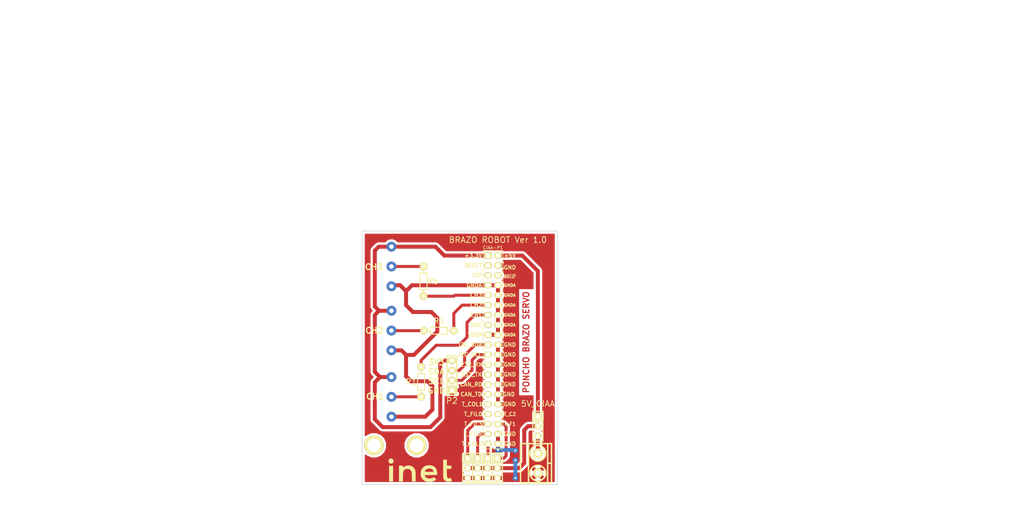
<source format=kicad_pcb>
(kicad_pcb (version 4) (host pcbnew 4.0.7)

  (general
    (links 46)
    (no_connects 0)
    (area 109.924999 74.924999 160.075001 140.075001)
    (thickness 1.6)
    (drawings 29)
    (tracks 139)
    (zones 0)
    (modules 17)
    (nets 19)
  )

  (page A4)
  (title_block
    (title "PONCHO BRAZO SERVO")
    (date 2017-09-27)
    (rev 1.0)
    (company "Proyecto CIAA - COMPUTADORA INDUSTRIAL ABIERTA ARGENTINA")
    (comment 1 https://github.com/ciaa/Ponchos/tree/master/modelos/doc)
    (comment 2 "Autores y Licencia del template (Diego Brengi - UNLaM)")
    (comment 3 "Autor del poncho (Mariano Bustos - E.E.S.T. N°5). ")
    (comment 4 "CÓDIGO PONCHO: BRAZO SERVO")
  )

  (layers
    (0 F.Cu signal)
    (31 B.Cu signal)
    (32 B.Adhes user)
    (33 F.Adhes user)
    (34 B.Paste user)
    (35 F.Paste user)
    (36 B.SilkS user)
    (37 F.SilkS user)
    (38 B.Mask user)
    (39 F.Mask user)
    (40 Dwgs.User user)
    (41 Cmts.User user)
    (42 Eco1.User user)
    (43 Eco2.User user)
    (44 Edge.Cuts user)
    (45 Margin user)
    (46 B.CrtYd user)
    (47 F.CrtYd user)
    (48 B.Fab user)
    (49 F.Fab user)
  )

  (setup
    (last_trace_width 0.4)
    (user_trace_width 0.508)
    (user_trace_width 0.635)
    (user_trace_width 0.762)
    (user_trace_width 1.016)
    (user_trace_width 1.27)
    (user_trace_width 1.524)
    (trace_clearance 0.508)
    (zone_clearance 0.6)
    (zone_45_only no)
    (trace_min 0.4)
    (segment_width 0.2)
    (edge_width 0.15)
    (via_size 1.5)
    (via_drill 0.5)
    (via_min_size 1.5)
    (via_min_drill 0.5)
    (uvia_size 0.3)
    (uvia_drill 0.1)
    (uvias_allowed no)
    (uvia_min_size 0)
    (uvia_min_drill 0)
    (pcb_text_width 0.3)
    (pcb_text_size 1.5 1.5)
    (mod_edge_width 0.15)
    (mod_text_size 0.000001 0.000001)
    (mod_text_width 0.15)
    (pad_size 5 5)
    (pad_drill 3.5)
    (pad_to_mask_clearance 0.2)
    (aux_axis_origin 0 0)
    (visible_elements 7FFEFF7F)
    (pcbplotparams
      (layerselection 0x00020_80000000)
      (usegerberextensions false)
      (excludeedgelayer false)
      (linewidth 0.100000)
      (plotframeref false)
      (viasonmask false)
      (mode 1)
      (useauxorigin false)
      (hpglpennumber 1)
      (hpglpenspeed 20)
      (hpglpendiameter 15)
      (hpglpenoverlay 2)
      (psnegative false)
      (psa4output false)
      (plotreference true)
      (plotvalue false)
      (plotinvisibletext false)
      (padsonsilk false)
      (subtractmaskfromsilk false)
      (outputformat 1)
      (mirror false)
      (drillshape 0)
      (scaleselection 1)
      (outputdirectory ""))
  )

  (net 0 "")
  (net 1 GND)
  (net 2 "Net-(P2-Pad2)")
  (net 3 "Net-(P2-Pad3)")
  (net 4 /SERVO_3)
  (net 5 /SERVO_1)
  (net 6 /SERVO_2)
  (net 7 /SERVO_0)
  (net 8 +3V3)
  (net 9 "Net-(R1-Pad1)")
  (net 10 /A1)
  (net 11 GNDA)
  (net 12 "Net-(R3-Pad1)")
  (net 13 /A2)
  (net 14 "Net-(R5-Pad1)")
  (net 15 /A3)
  (net 16 VCC)
  (net 17 +5V)
  (net 18 "Net-(J5-Pad2)")

  (net_class Default "This is the default net class."
    (clearance 0.508)
    (trace_width 0.4)
    (via_dia 1.5)
    (via_drill 0.5)
    (uvia_dia 0.3)
    (uvia_drill 0.1)
    (add_net +3V3)
    (add_net +5V)
    (add_net /A1)
    (add_net /A2)
    (add_net /A3)
    (add_net /SERVO_0)
    (add_net /SERVO_1)
    (add_net /SERVO_2)
    (add_net /SERVO_3)
    (add_net GND)
    (add_net GNDA)
    (add_net "Net-(J5-Pad2)")
    (add_net "Net-(P2-Pad2)")
    (add_net "Net-(P2-Pad3)")
    (add_net "Net-(R1-Pad1)")
    (add_net "Net-(R3-Pad1)")
    (add_net "Net-(R5-Pad1)")
    (add_net VCC)
  )

  (module Poncho_Esqueleto:Conn_Poncho_Derecha locked (layer F.Cu) (tedit 59CB22B3) (tstamp 56134922)
    (at 142.24 81.28)
    (tags "CONN Poncho")
    (path /560EE110)
    (fp_text reference XA1 (at -0.127 -3.048) (layer F.SilkS) hide
      (effects (font (size 0.8 0.8) (thickness 0.12)))
    )
    (fp_text value Conn_PonchoMP_2x_20x2 (at -1.905 51.181) (layer F.SilkS) hide
      (effects (font (size 1.016 1.016) (thickness 0.2032)))
    )
    (fp_line (start -32.385 54.61) (end 8.255 54.61) (layer Dwgs.User) (width 0.15))
    (fp_line (start -32.385 -6.35) (end 8.255 -6.35) (layer Dwgs.User) (width 0.15))
    (fp_line (start -32.385 54.61) (end -32.385 -6.35) (layer Dwgs.User) (width 0.15))
    (fp_line (start 8.255 54.61) (end 8.255 -6.35) (layer Dwgs.User) (width 0.15))
    (fp_text user GND (at 5.588 48.26) (layer F.SilkS)
      (effects (font (size 1 1) (thickness 0.2)))
    )
    (fp_text user GND (at 5.588 45.72) (layer F.SilkS)
      (effects (font (size 1 1) (thickness 0.2)))
    )
    (fp_text user T_F1 (at 5.588 43.18) (layer F.SilkS)
      (effects (font (size 0.9 0.9) (thickness 0.18)))
    )
    (fp_text user T_C2 (at 5.588 40.64) (layer F.SilkS)
      (effects (font (size 0.9 0.9) (thickness 0.18)))
    )
    (fp_text user GND (at 5.588 38.1) (layer F.SilkS)
      (effects (font (size 1 1) (thickness 0.2)))
    )
    (fp_text user GND (at 5.334 35.56) (layer F.SilkS)
      (effects (font (size 1 1) (thickness 0.2)))
    )
    (fp_text user GND (at 5.588 33.02) (layer F.SilkS)
      (effects (font (size 1 1) (thickness 0.2)))
    )
    (fp_text user GND (at 5.588 30.48) (layer F.SilkS)
      (effects (font (size 1 1) (thickness 0.2)))
    )
    (fp_text user GND (at 5.588 27.94) (layer F.SilkS)
      (effects (font (size 1 1) (thickness 0.2)))
    )
    (fp_text user GND (at 5.588 25.4) (layer F.SilkS)
      (effects (font (size 1 1) (thickness 0.2)))
    )
    (fp_text user GND (at 5.588 22.86) (layer F.SilkS)
      (effects (font (size 1 1) (thickness 0.2)))
    )
    (fp_text user GNDA (at 5.588 20.32) (layer F.SilkS)
      (effects (font (size 0.76 0.76) (thickness 0.19)))
    )
    (fp_text user GNDA (at 5.588 17.78) (layer F.SilkS)
      (effects (font (size 0.76 0.76) (thickness 0.19)))
    )
    (fp_text user GNDA (at 5.588 15.24) (layer F.SilkS)
      (effects (font (size 0.76 0.76) (thickness 0.19)))
    )
    (fp_text user GNDA (at 5.588 12.7) (layer F.SilkS)
      (effects (font (size 0.76 0.76) (thickness 0.19)))
    )
    (fp_text user GNDA (at 5.588 10.16) (layer F.SilkS)
      (effects (font (size 0.76 0.76) (thickness 0.19)))
    )
    (fp_text user GNDA (at 5.588 7.62) (layer F.SilkS)
      (effects (font (size 0.76 0.76) (thickness 0.19)))
    )
    (fp_text user WAKEUP (at 5.588 5.334) (layer F.SilkS)
      (effects (font (size 1 0.5) (thickness 0.125)))
    )
    (fp_text user GND (at 5.588 3.048) (layer F.SilkS)
      (effects (font (size 1 1) (thickness 0.2)))
    )
    (fp_text user +5V (at 5.588 0) (layer F.SilkS)
      (effects (font (size 1 1) (thickness 0.2)))
    )
    (fp_text user T_COL0 (at -4.064 48.26) (layer F.SilkS)
      (effects (font (size 1 1) (thickness 0.2)))
    )
    (fp_text user T_FIL2 (at -3.81 45.72) (layer F.SilkS)
      (effects (font (size 1 1) (thickness 0.2)))
    )
    (fp_text user T_FIL3 (at -3.81 43.18) (layer F.SilkS)
      (effects (font (size 1 1) (thickness 0.2)))
    )
    (fp_text user T_FIL0 (at -3.81 40.64) (layer F.SilkS)
      (effects (font (size 1 1) (thickness 0.2)))
    )
    (fp_text user T_COL1 (at -4.064 38.1) (layer F.SilkS)
      (effects (font (size 1 1) (thickness 0.2)))
    )
    (fp_text user CAN_TD (at -4.318 35.56) (layer F.SilkS)
      (effects (font (size 1 1) (thickness 0.2)))
    )
    (fp_text user CAN_RD (at -4.318 33.02) (layer F.SilkS)
      (effects (font (size 1 1) (thickness 0.2)))
    )
    (fp_text user 232_TX (at -4.318 30.48) (layer F.SilkS)
      (effects (font (size 1 1) (thickness 0.2)))
    )
    (fp_text user 232_RX (at -4.318 27.94) (layer F.SilkS)
      (effects (font (size 1 1) (thickness 0.2)))
    )
    (fp_text user I2C_SCL (at -4.572 25.4) (layer F.SilkS)
      (effects (font (size 1 1) (thickness 0.2)))
    )
    (fp_text user I2C_SDA (at -4.572 22.86) (layer F.SilkS)
      (effects (font (size 1 1) (thickness 0.2)))
    )
    (fp_text user VDDA (at -3.302 20.32) (layer F.SilkS)
      (effects (font (size 1 1) (thickness 0.2)))
    )
    (fp_text user DAC (at -3.048 17.78) (layer F.SilkS)
      (effects (font (size 1 1) (thickness 0.2)))
    )
    (fp_text user CH1 (at -3.048 15.24) (layer F.SilkS)
      (effects (font (size 1 1) (thickness 0.2)))
    )
    (fp_text user CH2 (at -3.048 12.7) (layer F.SilkS)
      (effects (font (size 1 1) (thickness 0.2)))
    )
    (fp_text user CH3 (at -3.048 10.16) (layer F.SilkS)
      (effects (font (size 1 1) (thickness 0.2)))
    )
    (fp_text user GNDA (at -3.556 7.62) (layer F.SilkS)
      (effects (font (size 1 1) (thickness 0.2)))
    )
    (fp_text user ISP (at -2.794 5.08) (layer F.SilkS)
      (effects (font (size 1 1) (thickness 0.2)))
    )
    (fp_text user RESET (at -3.81 2.54) (layer F.SilkS)
      (effects (font (size 1 1) (thickness 0.2)))
    )
    (fp_text user CIAA-P1 (at 1.27 -2.032) (layer F.SilkS)
      (effects (font (size 0.8 0.8) (thickness 0.12)))
    )
    (fp_text user +3.3V (at -3.81 0) (layer F.SilkS)
      (effects (font (size 1 1) (thickness 0.2)))
    )
    (fp_line (start -1.27 49.53) (end -1.27 -1.27) (layer F.SilkS) (width 0.15))
    (fp_line (start 3.81 49.53) (end 3.81 -1.27) (layer F.SilkS) (width 0.15))
    (fp_line (start 3.81 49.53) (end -1.27 49.53) (layer F.SilkS) (width 0.15))
    (fp_line (start 3.81 -1.27) (end -1.27 -1.27) (layer F.SilkS) (width 0.15))
    (pad 1 thru_hole rect (at 0 0 270) (size 1.524 2) (drill 1.016) (layers *.Cu *.Mask F.SilkS)
      (net 8 +3V3))
    (pad 2 thru_hole oval (at 2.54 0 270) (size 1.524 2) (drill 1.016) (layers *.Cu *.Mask F.SilkS)
      (net 17 +5V))
    (pad 11 thru_hole oval (at 0 12.7 270) (size 1.524 2) (drill 1.016) (layers *.Cu *.Mask F.SilkS)
      (net 13 /A2))
    (pad 4 thru_hole oval (at 2.54 2.54 270) (size 1.524 2) (drill 1.016) (layers *.Cu *.Mask F.SilkS)
      (net 1 GND))
    (pad 13 thru_hole oval (at 0 15.24 270) (size 1.524 2) (drill 1.016) (layers *.Cu *.Mask F.SilkS)
      (net 10 /A1))
    (pad 6 thru_hole oval (at 2.54 5.08 270) (size 1.524 2) (drill 1.016) (layers *.Cu *.Mask F.SilkS))
    (pad 15 thru_hole oval (at 0 17.78 270) (size 1.524 2) (drill 1.016) (layers *.Cu *.Mask F.SilkS))
    (pad 8 thru_hole oval (at 2.54 7.62 270) (size 1.524 2) (drill 1.016) (layers *.Cu *.Mask F.SilkS)
      (net 11 GNDA))
    (pad 17 thru_hole oval (at 0 20.32 270) (size 1.524 2) (drill 1.016) (layers *.Cu *.Mask F.SilkS))
    (pad 10 thru_hole oval (at 2.54 10.16 270) (size 1.524 2) (drill 1.016) (layers *.Cu *.Mask F.SilkS)
      (net 11 GNDA))
    (pad 19 thru_hole oval (at 0 22.86 270) (size 1.524 2) (drill 1.016) (layers *.Cu *.Mask F.SilkS)
      (net 3 "Net-(P2-Pad3)"))
    (pad 12 thru_hole oval (at 2.54 12.7 270) (size 1.524 2) (drill 1.016) (layers *.Cu *.Mask F.SilkS)
      (net 11 GNDA))
    (pad 21 thru_hole oval (at 0 25.4 270) (size 1.524 2) (drill 1.016) (layers *.Cu *.Mask F.SilkS)
      (net 2 "Net-(P2-Pad2)"))
    (pad 14 thru_hole oval (at 2.54 15.24 270) (size 1.524 2) (drill 1.016) (layers *.Cu *.Mask F.SilkS)
      (net 11 GNDA))
    (pad 23 thru_hole oval (at 0 27.94 270) (size 1.524 2) (drill 1.016) (layers *.Cu *.Mask F.SilkS))
    (pad 16 thru_hole oval (at 2.54 17.78 270) (size 1.524 2) (drill 1.016) (layers *.Cu *.Mask F.SilkS)
      (net 11 GNDA))
    (pad 25 thru_hole oval (at 0 30.48 270) (size 1.524 2) (drill 1.016) (layers *.Cu *.Mask F.SilkS))
    (pad 18 thru_hole oval (at 2.54 20.32 270) (size 1.524 2) (drill 1.016) (layers *.Cu *.Mask F.SilkS)
      (net 11 GNDA))
    (pad 27 thru_hole oval (at 0 33.02 270) (size 1.524 2) (drill 1.016) (layers *.Cu *.Mask F.SilkS))
    (pad 20 thru_hole oval (at 2.54 22.86 270) (size 1.524 2) (drill 1.016) (layers *.Cu *.Mask F.SilkS)
      (net 1 GND))
    (pad 29 thru_hole oval (at 0 35.56 270) (size 1.524 2) (drill 1.016) (layers *.Cu *.Mask F.SilkS))
    (pad 22 thru_hole oval (at 2.54 25.4 270) (size 1.524 2) (drill 1.016) (layers *.Cu *.Mask F.SilkS)
      (net 1 GND))
    (pad 31 thru_hole oval (at 0 38.1 270) (size 1.524 2) (drill 1.016) (layers *.Cu *.Mask F.SilkS))
    (pad 24 thru_hole oval (at 2.54 27.94 270) (size 1.524 2) (drill 1.016) (layers *.Cu *.Mask F.SilkS)
      (net 1 GND))
    (pad 26 thru_hole oval (at 2.54 30.48 270) (size 1.524 2) (drill 1.016) (layers *.Cu *.Mask F.SilkS)
      (net 1 GND))
    (pad 33 thru_hole oval (at 0 40.64 270) (size 1.524 2) (drill 1.016) (layers *.Cu *.Mask F.SilkS))
    (pad 28 thru_hole oval (at 2.54 33.02 270) (size 1.524 2) (drill 1.016) (layers *.Cu *.Mask F.SilkS)
      (net 1 GND))
    (pad 32 thru_hole oval (at 2.54 38.1 270) (size 1.524 2) (drill 1.016) (layers *.Cu *.Mask F.SilkS)
      (net 1 GND))
    (pad 34 thru_hole oval (at 2.54 40.64 270) (size 1.524 2) (drill 1.016) (layers *.Cu *.Mask F.SilkS))
    (pad 36 thru_hole oval (at 2.54 43.18 270) (size 1.524 2) (drill 1.016) (layers *.Cu *.Mask F.SilkS)
      (net 7 /SERVO_0))
    (pad 38 thru_hole oval (at 2.54 45.72 270) (size 1.524 2) (drill 1.016) (layers *.Cu *.Mask F.SilkS)
      (net 1 GND))
    (pad 35 thru_hole oval (at 0 43.18 270) (size 1.524 2) (drill 1.016) (layers *.Cu *.Mask F.SilkS)
      (net 4 /SERVO_3))
    (pad 37 thru_hole oval (at 0 45.72 270) (size 1.524 2) (drill 1.016) (layers *.Cu *.Mask F.SilkS)
      (net 6 /SERVO_2))
    (pad 3 thru_hole oval (at 0 2.54 270) (size 1.524 2) (drill 1.016) (layers *.Cu *.Mask F.SilkS))
    (pad 5 thru_hole oval (at 0 5.08 270) (size 1.524 2) (drill 1.016) (layers *.Cu *.Mask F.SilkS))
    (pad 7 thru_hole oval (at 0 7.62 270) (size 1.524 2) (drill 1.016) (layers *.Cu *.Mask F.SilkS)
      (net 11 GNDA))
    (pad 9 thru_hole oval (at 0 10.16 270) (size 1.524 2) (drill 1.016) (layers *.Cu *.Mask F.SilkS)
      (net 15 /A3))
    (pad 39 thru_hole oval (at 0 48.26 270) (size 1.524 2) (drill 1.016) (layers *.Cu *.Mask F.SilkS)
      (net 5 /SERVO_1))
    (pad 40 thru_hole oval (at 2.54 48.26 270) (size 1.524 2) (drill 1.016) (layers *.Cu *.Mask F.SilkS)
      (net 1 GND))
    (pad 30 thru_hole oval (at 2.54 35.56 270) (size 1.524 2) (drill 1.016) (layers *.Cu *.Mask F.SilkS)
      (net 1 GND))
    (model F:/usuarios/alumno/Escritorio/Poncho_Brazo_Servo_TOP/doc/pin_header_20X2.wrl
      (at (xyz 0 0 0))
      (scale (xyz 1 1 1))
      (rotate (xyz 0 0 0))
    )
  )

  (module Poncho_Modelos:Led_Hole (layer F.Cu) (tedit 5613342C) (tstamp 56133650)
    (at 113.03 129.921)
    (path /5613C419)
    (fp_text reference H1 (at 0.127 3.937) (layer F.SilkS) hide
      (effects (font (size 1 1) (thickness 0.15)))
    )
    (fp_text value PCB_HOLE (at 0.127 -3.429) (layer Dwgs.User) hide
      (effects (font (size 1 1) (thickness 0.15)))
    )
    (pad 1 thru_hole circle (at 0 0) (size 5 5) (drill 3.5) (layers *.Cu *.Mask F.SilkS))
  )

  (module Poncho_Modelos:Led_Hole (layer F.Cu) (tedit 5613342C) (tstamp 56133655)
    (at 123.952 129.921)
    (path /5613C2CE)
    (fp_text reference H2 (at 0.127 3.937) (layer F.SilkS) hide
      (effects (font (size 1 1) (thickness 0.15)))
    )
    (fp_text value PCB_HOLE (at 0.127 -3.429) (layer Dwgs.User) hide
      (effects (font (size 1 1) (thickness 0.15)))
    )
    (pad 1 thru_hole circle (at 0 0) (size 5 5) (drill 3.5) (layers *.Cu *.Mask F.SilkS))
  )

  (module EESTN5:Pin_Strip_3 locked (layer F.Cu) (tedit 59361220) (tstamp 59CB6FD2)
    (at 137.033 135.763 270)
    (descr "Pin strip 3x2pin")
    (tags "CONN DEV")
    (path /59CB1E73)
    (fp_text reference J1 (at 0 -2.7 270) (layer F.SilkS) hide
      (effects (font (size 1.5 1.5) (thickness 0.3)))
    )
    (fp_text value SERVO_3 (at 0.2 -4.2 270) (layer F.SilkS) hide
      (effects (font (size 1.016 0.889) (thickness 0.2032)))
    )
    (fp_line (start 3.81 -1.27) (end 3.81 1.27) (layer F.SilkS) (width 0.3048))
    (fp_line (start 3.81 1.27) (end -3.81 1.27) (layer F.SilkS) (width 0.3048))
    (fp_line (start -3.81 -1.27) (end 3.81 -1.27) (layer F.SilkS) (width 0.3048))
    (fp_line (start -1.27 -1.27) (end -1.27 1.27) (layer F.SilkS) (width 0.3048))
    (fp_line (start -3.81 -1.27) (end -3.81 1.27) (layer F.SilkS) (width 0.3048))
    (pad 1 thru_hole rect (at -2.54 0 270) (size 1.75 1.75) (drill 1) (layers *.Cu *.Mask F.SilkS)
      (net 4 /SERVO_3))
    (pad 2 thru_hole oval (at 0 0 270) (size 1.75 1.75) (drill 1) (layers *.Cu *.Mask F.SilkS)
      (net 16 VCC))
    (pad 3 thru_hole oval (at 2.54 0 270) (size 1.75 1.75) (drill 1) (layers *.Cu *.Mask F.SilkS)
      (net 1 GND))
    (model Pin_Strip_3_2.54.wrl
      (at (xyz 0 0 0))
      (scale (xyz 1 1 1))
      (rotate (xyz 0 0 0))
    )
  )

  (module EESTN5:Pin_Strip_3 locked (layer F.Cu) (tedit 59361220) (tstamp 59CB6FDD)
    (at 142.113 135.763 270)
    (descr "Pin strip 3x2pin")
    (tags "CONN DEV")
    (path /59CB1E1F)
    (fp_text reference J2 (at 0 -2.7 270) (layer F.SilkS) hide
      (effects (font (size 1.5 1.5) (thickness 0.3)))
    )
    (fp_text value SERVO_1 (at 0.2 -4.2 270) (layer F.SilkS) hide
      (effects (font (size 1.016 0.889) (thickness 0.2032)))
    )
    (fp_line (start 3.81 -1.27) (end 3.81 1.27) (layer F.SilkS) (width 0.3048))
    (fp_line (start 3.81 1.27) (end -3.81 1.27) (layer F.SilkS) (width 0.3048))
    (fp_line (start -3.81 -1.27) (end 3.81 -1.27) (layer F.SilkS) (width 0.3048))
    (fp_line (start -1.27 -1.27) (end -1.27 1.27) (layer F.SilkS) (width 0.3048))
    (fp_line (start -3.81 -1.27) (end -3.81 1.27) (layer F.SilkS) (width 0.3048))
    (pad 1 thru_hole rect (at -2.54 0 270) (size 1.75 1.75) (drill 1) (layers *.Cu *.Mask F.SilkS)
      (net 5 /SERVO_1))
    (pad 2 thru_hole oval (at 0 0 270) (size 1.75 1.75) (drill 1) (layers *.Cu *.Mask F.SilkS)
      (net 16 VCC))
    (pad 3 thru_hole oval (at 2.54 0 270) (size 1.75 1.75) (drill 1) (layers *.Cu *.Mask F.SilkS)
      (net 1 GND))
    (model Pin_Strip_3_2.54.wrl
      (at (xyz 0 0 0))
      (scale (xyz 1 1 1))
      (rotate (xyz 0 0 0))
    )
  )

  (module EESTN5:Pin_Strip_3 locked (layer F.Cu) (tedit 59361220) (tstamp 59CB6FE8)
    (at 139.573 135.763 270)
    (descr "Pin strip 3x2pin")
    (tags "CONN DEV")
    (path /59CB1E6A)
    (fp_text reference J3 (at 0 -2.7 270) (layer F.SilkS) hide
      (effects (font (size 1.5 1.5) (thickness 0.3)))
    )
    (fp_text value SERVO_2 (at 0.2 -4.2 270) (layer F.SilkS) hide
      (effects (font (size 1.016 0.889) (thickness 0.2032)))
    )
    (fp_line (start 3.81 -1.27) (end 3.81 1.27) (layer F.SilkS) (width 0.3048))
    (fp_line (start 3.81 1.27) (end -3.81 1.27) (layer F.SilkS) (width 0.3048))
    (fp_line (start -3.81 -1.27) (end 3.81 -1.27) (layer F.SilkS) (width 0.3048))
    (fp_line (start -1.27 -1.27) (end -1.27 1.27) (layer F.SilkS) (width 0.3048))
    (fp_line (start -3.81 -1.27) (end -3.81 1.27) (layer F.SilkS) (width 0.3048))
    (pad 1 thru_hole rect (at -2.54 0 270) (size 1.75 1.75) (drill 1) (layers *.Cu *.Mask F.SilkS)
      (net 6 /SERVO_2))
    (pad 2 thru_hole oval (at 0 0 270) (size 1.75 1.75) (drill 1) (layers *.Cu *.Mask F.SilkS)
      (net 16 VCC))
    (pad 3 thru_hole oval (at 2.54 0 270) (size 1.75 1.75) (drill 1) (layers *.Cu *.Mask F.SilkS)
      (net 1 GND))
    (model Pin_Strip_3_2.54.wrl
      (at (xyz 0 0 0))
      (scale (xyz 1 1 1))
      (rotate (xyz 0 0 0))
    )
  )

  (module EESTN5:Pin_Strip_3 locked (layer F.Cu) (tedit 59361220) (tstamp 59CB6FF3)
    (at 144.653 135.763 270)
    (descr "Pin strip 3x2pin")
    (tags "CONN DEV")
    (path /59CB1BEA)
    (fp_text reference J4 (at 0 -2.7 270) (layer F.SilkS) hide
      (effects (font (size 1.5 1.5) (thickness 0.3)))
    )
    (fp_text value SERVO_0 (at 0.2 -4.2 270) (layer F.SilkS) hide
      (effects (font (size 1.016 0.889) (thickness 0.2032)))
    )
    (fp_line (start 3.81 -1.27) (end 3.81 1.27) (layer F.SilkS) (width 0.3048))
    (fp_line (start 3.81 1.27) (end -3.81 1.27) (layer F.SilkS) (width 0.3048))
    (fp_line (start -3.81 -1.27) (end 3.81 -1.27) (layer F.SilkS) (width 0.3048))
    (fp_line (start -1.27 -1.27) (end -1.27 1.27) (layer F.SilkS) (width 0.3048))
    (fp_line (start -3.81 -1.27) (end -3.81 1.27) (layer F.SilkS) (width 0.3048))
    (pad 1 thru_hole rect (at -2.54 0 270) (size 1.75 1.75) (drill 1) (layers *.Cu *.Mask F.SilkS)
      (net 7 /SERVO_0))
    (pad 2 thru_hole oval (at 0 0 270) (size 1.75 1.75) (drill 1) (layers *.Cu *.Mask F.SilkS)
      (net 16 VCC))
    (pad 3 thru_hole oval (at 2.54 0 270) (size 1.75 1.75) (drill 1) (layers *.Cu *.Mask F.SilkS)
      (net 1 GND))
    (model Pin_Strip_3_2.54.wrl
      (at (xyz 0 0 0))
      (scale (xyz 1 1 1))
      (rotate (xyz 0 0 0))
    )
  )

  (module EESTN5:pin_strip_4 (layer F.Cu) (tedit 59CB2AFC) (tstamp 59CB7E2B)
    (at 133 112 90)
    (descr "Pin strip 4pin")
    (tags "CONN DEV")
    (path /560ED17A)
    (fp_text reference P2 (at -6.5 0 180) (layer F.SilkS)
      (effects (font (size 1.5 1.5) (thickness 0.2)))
    )
    (fp_text value CONN_4 (at 0.254 -3.556 90) (layer F.SilkS) hide
      (effects (font (size 1.016 0.889) (thickness 0.2032)))
    )
    (fp_line (start -2.54 -1.27) (end -2.54 1.27) (layer F.SilkS) (width 0.3048))
    (fp_line (start 5.08 1.27) (end -5.08 1.27) (layer F.SilkS) (width 0.3048))
    (fp_line (start -5.08 -1.27) (end 5.08 -1.27) (layer F.SilkS) (width 0.3048))
    (fp_line (start -5.08 1.27) (end -5.08 -1.27) (layer F.SilkS) (width 0.3048))
    (fp_line (start 5.08 -1.27) (end 5.08 1.27) (layer F.SilkS) (width 0.3048))
    (pad 1 thru_hole rect (at -3.81 0 90) (size 1.75 2.2) (drill 1.00076) (layers *.Cu *.Mask F.SilkS)
      (net 1 GND))
    (pad 2 thru_hole oval (at -1.27 0 90) (size 1.75 2.2) (drill 1.00076) (layers *.Cu *.Mask F.SilkS)
      (net 2 "Net-(P2-Pad2)"))
    (pad 3 thru_hole oval (at 1.27 0 90) (size 1.75 2.2) (drill 1.00076) (layers *.Cu *.Mask F.SilkS)
      (net 3 "Net-(P2-Pad3)"))
    (pad 4 thru_hole oval (at 3.81 0 90) (size 1.75 2.2) (drill 1.00076) (layers *.Cu *.Mask F.SilkS)
      (net 8 +3V3))
    (model Pin_Strip_4_2.54_V.wrl
      (at (xyz 0 0 0))
      (scale (xyz 1 1 1))
      (rotate (xyz 0 0 0))
    )
  )

  (module EESTN5:RES0.3 (layer F.Cu) (tedit 59CB29FD) (tstamp 59CB9A6E)
    (at 125.095 113.665 90)
    (descr "Resistor, RC03")
    (tags R)
    (path /59CB22FE)
    (autoplace_cost180 10)
    (fp_text reference R1 (at 0 -2.5 180) (layer F.SilkS)
      (effects (font (size 1.5 1.5) (thickness 0.2)))
    )
    (fp_text value R (at 0 2.032 90) (layer F.SilkS) hide
      (effects (font (size 1.397 1.27) (thickness 0.2032)))
    )
    (fp_line (start 2.159 0) (end 3.81 0) (layer F.SilkS) (width 0.254))
    (fp_line (start -2.159 0) (end -3.81 0) (layer F.SilkS) (width 0.254))
    (fp_line (start -2.159 -0.889) (end -2.159 0.889) (layer F.SilkS) (width 0.254))
    (fp_line (start -2.159 0.889) (end 2.159 0.889) (layer F.SilkS) (width 0.254))
    (fp_line (start 2.159 0.889) (end 2.159 -0.889) (layer F.SilkS) (width 0.254))
    (fp_line (start 2.159 -0.889) (end -2.159 -0.889) (layer F.SilkS) (width 0.254))
    (pad 1 thru_hole circle (at -3.81 0 90) (size 1.99898 1.99898) (drill 0.8001) (layers *.Cu *.Mask F.SilkS)
      (net 9 "Net-(R1-Pad1)"))
    (pad 2 thru_hole circle (at 3.81 0 90) (size 1.99898 1.99898) (drill 0.8001) (layers *.Cu *.Mask F.SilkS)
      (net 10 /A1))
    (model res0.3.wrl
      (at (xyz 0.06 0 0.04))
      (scale (xyz 0.393701 0.393701 0.393701))
      (rotate (xyz -90 0 90))
    )
  )

  (module EESTN5:RES0.3 (layer F.Cu) (tedit 582991FD) (tstamp 59CB9A79)
    (at 129.667 100.5332)
    (descr "Resistor, RC03")
    (tags R)
    (path /59CB2D03)
    (autoplace_cost180 10)
    (fp_text reference R3 (at 0 -2.5) (layer F.SilkS)
      (effects (font (size 1.397 1.27) (thickness 0.2032)))
    )
    (fp_text value R (at 0 2.032) (layer F.SilkS) hide
      (effects (font (size 1.397 1.27) (thickness 0.2032)))
    )
    (fp_line (start 2.159 0) (end 3.81 0) (layer F.SilkS) (width 0.254))
    (fp_line (start -2.159 0) (end -3.81 0) (layer F.SilkS) (width 0.254))
    (fp_line (start -2.159 -0.889) (end -2.159 0.889) (layer F.SilkS) (width 0.254))
    (fp_line (start -2.159 0.889) (end 2.159 0.889) (layer F.SilkS) (width 0.254))
    (fp_line (start 2.159 0.889) (end 2.159 -0.889) (layer F.SilkS) (width 0.254))
    (fp_line (start 2.159 -0.889) (end -2.159 -0.889) (layer F.SilkS) (width 0.254))
    (pad 1 thru_hole circle (at -3.81 0) (size 1.99898 1.99898) (drill 0.8001) (layers *.Cu *.Mask F.SilkS)
      (net 12 "Net-(R3-Pad1)"))
    (pad 2 thru_hole circle (at 3.81 0) (size 1.99898 1.99898) (drill 0.8001) (layers *.Cu *.Mask F.SilkS)
      (net 13 /A2))
    (model res0.3.wrl
      (at (xyz 0.06 0 0.04))
      (scale (xyz 0.393701 0.393701 0.393701))
      (rotate (xyz -90 0 90))
    )
  )

  (module EESTN5:RES0.3 (layer F.Cu) (tedit 582991FD) (tstamp 59CB9A84)
    (at 125.73 87.884 270)
    (descr "Resistor, RC03")
    (tags R)
    (path /59CB2D92)
    (autoplace_cost180 10)
    (fp_text reference R5 (at 0 -2.5 360) (layer F.SilkS)
      (effects (font (size 1.397 1.27) (thickness 0.2032)))
    )
    (fp_text value R (at 0 2.032 270) (layer F.SilkS) hide
      (effects (font (size 1.397 1.27) (thickness 0.2032)))
    )
    (fp_line (start 2.159 0) (end 3.81 0) (layer F.SilkS) (width 0.254))
    (fp_line (start -2.159 0) (end -3.81 0) (layer F.SilkS) (width 0.254))
    (fp_line (start -2.159 -0.889) (end -2.159 0.889) (layer F.SilkS) (width 0.254))
    (fp_line (start -2.159 0.889) (end 2.159 0.889) (layer F.SilkS) (width 0.254))
    (fp_line (start 2.159 0.889) (end 2.159 -0.889) (layer F.SilkS) (width 0.254))
    (fp_line (start 2.159 -0.889) (end -2.159 -0.889) (layer F.SilkS) (width 0.254))
    (pad 1 thru_hole circle (at -3.81 0 270) (size 1.99898 1.99898) (drill 0.8001) (layers *.Cu *.Mask F.SilkS)
      (net 14 "Net-(R5-Pad1)"))
    (pad 2 thru_hole circle (at 3.81 0 270) (size 1.99898 1.99898) (drill 0.8001) (layers *.Cu *.Mask F.SilkS)
      (net 15 /A3))
    (model res0.3.wrl
      (at (xyz 0.06 0 0.04))
      (scale (xyz 0.393701 0.393701 0.393701))
      (rotate (xyz -90 0 90))
    )
  )

  (module EESTN5:LOGO_INET_CHICO (layer F.Cu) (tedit 59CB2253) (tstamp 59CBB76D)
    (at 125.095 136.398)
    (path /59CB5094)
    (fp_text reference L1 (at 0 0) (layer F.SilkS) hide
      (effects (font (thickness 0.3)))
    )
    (fp_text value Mounting_Hole (at 0 -5) (layer F.SilkS) hide
      (effects (font (thickness 0.3)))
    )
    (fp_poly (pts (xy 2.531171 -1.341092) (xy 2.907789 -1.263404) (xy 3.222318 -1.120687) (xy 3.503469 -0.901904)
      (xy 3.643071 -0.757684) (xy 3.90821 -0.38105) (xy 4.064811 0.044322) (xy 4.117546 0.532602)
      (xy 4.114729 0.673705) (xy 4.09575 1.11125) (xy 0.889096 1.17475) (xy 1.021754 1.442746)
      (xy 1.139248 1.628724) (xy 1.30102 1.769249) (xy 1.500137 1.87989) (xy 1.717414 1.97549)
      (xy 1.901035 2.02025) (xy 2.113641 2.025367) (xy 2.260314 2.015769) (xy 2.678794 1.940921)
      (xy 2.981438 1.823393) (xy 3.28811 1.664286) (xy 3.593727 1.974568) (xy 3.752682 2.139404)
      (xy 3.833111 2.241055) (xy 3.846646 2.30578) (xy 3.804921 2.359837) (xy 3.775297 2.384409)
      (xy 3.655763 2.462434) (xy 3.463326 2.570005) (xy 3.247486 2.679942) (xy 3.019568 2.781052)
      (xy 2.813638 2.843796) (xy 2.5804 2.879106) (xy 2.270557 2.897911) (xy 2.263236 2.898194)
      (xy 1.899286 2.899056) (xy 1.584574 2.874812) (xy 1.392513 2.838193) (xy 0.92227 2.651444)
      (xy 0.53897 2.377926) (xy 0.231032 2.007566) (xy 0.045137 1.665816) (xy -0.025821 1.480564)
      (xy -0.068398 1.279893) (xy -0.088715 1.023764) (xy -0.093044 0.762) (xy -0.088398 0.453278)
      (xy -0.068453 0.228379) (xy -0.053506 0.163862) (xy 0.962612 0.163862) (xy 0.969265 0.231963)
      (xy 1.042113 0.276214) (xy 1.194283 0.301755) (xy 1.438905 0.313729) (xy 1.789106 0.317276)
      (xy 2.070633 0.3175) (xy 3.188767 0.3175) (xy 3.147264 0.152135) (xy 3.013838 -0.144272)
      (xy 2.785773 -0.358807) (xy 2.468214 -0.488161) (xy 2.088022 -0.529135) (xy 1.694385 -0.477977)
      (xy 1.364392 -0.329446) (xy 1.114121 -0.091067) (xy 1.095375 -0.064461) (xy 1.009024 0.066768)
      (xy 0.962612 0.163862) (xy -0.053506 0.163862) (xy -0.025822 0.04437) (xy 0.046879 -0.141679)
      (xy 0.071763 -0.195992) (xy 0.342074 -0.630813) (xy 0.70435 -0.978624) (xy 1.074008 -1.198892)
      (xy 1.260345 -1.278511) (xy 1.432964 -1.328067) (xy 1.63219 -1.354318) (xy 1.898346 -1.364024)
      (xy 2.06375 -1.364788) (xy 2.531171 -1.341092)) (layer F.SilkS) (width 0.01))
    (fp_poly (pts (xy 6.617859 -2.047875) (xy 6.63575 -1.30175) (xy 7.747 -1.265056) (xy 7.747 -0.4445)
      (xy 7.171318 -0.4445) (xy 6.595637 -0.444501) (xy 6.615693 0.640746) (xy 6.623551 1.035659)
      (xy 6.632255 1.323468) (xy 6.644734 1.52405) (xy 6.663917 1.657285) (xy 6.692731 1.743049)
      (xy 6.734105 1.801222) (xy 6.790967 1.851682) (xy 6.7945 1.854546) (xy 6.912739 1.92964)
      (xy 7.050364 1.959068) (xy 7.255034 1.951341) (xy 7.307445 1.946166) (xy 7.66164 1.909231)
      (xy 7.76782 2.246072) (xy 7.826799 2.445183) (xy 7.865352 2.598374) (xy 7.874 2.653721)
      (xy 7.815828 2.732424) (xy 7.660267 2.792248) (xy 7.435745 2.831596) (xy 7.170691 2.848875)
      (xy 6.893532 2.842486) (xy 6.632699 2.810836) (xy 6.416619 2.752327) (xy 6.38175 2.737482)
      (xy 6.06069 2.532252) (xy 5.831328 2.247304) (xy 5.74978 2.080797) (xy 5.723424 2.000564)
      (xy 5.702084 1.890246) (xy 5.685267 1.736989) (xy 5.672476 1.527936) (xy 5.663219 1.250234)
      (xy 5.657 0.891027) (xy 5.653325 0.437458) (xy 5.651699 -0.123326) (xy 5.6515 -0.474211)
      (xy 5.6515 -2.794) (xy 6.599969 -2.794) (xy 6.617859 -2.047875)) (layer F.SilkS) (width 0.01))
    (fp_poly (pts (xy -8.048625 -1.228112) (xy -7.783934 -1.181059) (xy -7.481078 -1.196504) (xy -7.350125 -1.224376)
      (xy -7.1755 -1.27242) (xy -7.1755 2.794) (xy -8.1915 2.794) (xy -8.1915 -1.278559)
      (xy -8.048625 -1.228112)) (layer F.SilkS) (width 0.01))
    (fp_poly (pts (xy -2.905008 -1.298712) (xy -2.490663 -1.174924) (xy -2.118908 -0.957945) (xy -1.807814 -0.654369)
      (xy -1.575451 -0.27079) (xy -1.493878 -0.049173) (xy -1.456449 0.115876) (xy -1.429148 0.334362)
      (xy -1.410876 0.624276) (xy -1.400533 1.003609) (xy -1.39702 1.490353) (xy -1.397 1.535525)
      (xy -1.397 2.794) (xy -2.3495 2.794) (xy -2.351015 1.730375) (xy -2.356186 1.218303)
      (xy -2.373314 0.814572) (xy -2.407272 0.500717) (xy -2.46293 0.258276) (xy -2.545162 0.068786)
      (xy -2.658837 -0.086215) (xy -2.808829 -0.22519) (xy -2.881956 -0.281827) (xy -3.094595 -0.377127)
      (xy -3.377509 -0.42117) (xy -3.685111 -0.414713) (xy -3.971813 -0.35851) (xy -4.182525 -0.260283)
      (xy -4.3267 -0.143655) (xy -4.436961 -0.013588) (xy -4.517715 0.148098) (xy -4.573366 0.359586)
      (xy -4.60832 0.639056) (xy -4.626983 1.00469) (xy -4.63376 1.47467) (xy -4.634106 1.603375)
      (xy -4.6355 2.794) (xy -5.6515 2.794) (xy -5.6515 -1.27) (xy -4.6355 -1.27)
      (xy -4.6355 -1.04775) (xy -4.629449 -0.900749) (xy -4.614571 -0.827383) (xy -4.611444 -0.8255)
      (xy -4.549072 -0.855744) (xy -4.408817 -0.934994) (xy -4.222883 -1.044994) (xy -3.789188 -1.240341)
      (xy -3.343873 -1.322715) (xy -2.905008 -1.298712)) (layer F.SilkS) (width 0.01))
    (fp_poly (pts (xy -7.410764 -3.0605) (xy -7.214899 -2.920764) (xy -7.086067 -2.706398) (xy -7.0485 -2.477211)
      (xy -7.077344 -2.203891) (xy -7.175 -2.014545) (xy -7.358155 -1.877337) (xy -7.36473 -1.873908)
      (xy -7.654385 -1.787402) (xy -7.941139 -1.827169) (xy -7.96925 -1.838031) (xy -8.191258 -1.991591)
      (xy -8.31953 -2.226807) (xy -8.35025 -2.456626) (xy -8.333713 -2.65862) (xy -8.264714 -2.801636)
      (xy -8.142874 -2.926209) (xy -7.900518 -3.073794) (xy -7.647893 -3.115034) (xy -7.410764 -3.0605)) (layer F.SilkS) (width 0.01))
  )

  (module EESTN5:BORNERA2_AZUL (layer F.Cu) (tedit 59CB28C8) (tstamp 59CBC673)
    (at 155 134.5 90)
    (descr "2-way 5.08mm pitch terminal block, Phoenix MKDS series")
    (path /59CB5A03)
    (fp_text reference J5 (at 0 -6.7 90) (layer F.SilkS) hide
      (effects (font (size 1.5 1.5) (thickness 0.3)))
    )
    (fp_text value TB_1X2 (at 0 5.8 90) (layer F.SilkS) hide
      (effects (font (size 1.5 1.5) (thickness 0.3)))
    )
    (fp_line (start 0 2.54) (end 0 3.4845) (layer F.SilkS) (width 0.381))
    (fp_circle (center 2.55 0) (end 0.55 0) (layer F.SilkS) (width 0.381))
    (fp_circle (center -2.55 0) (end -0.55 0) (layer F.SilkS) (width 0.381))
    (fp_line (start -5 2.5) (end 5 2.5) (layer F.SilkS) (width 0.381))
    (fp_line (start -5 -2.4) (end 5 -2.4) (layer F.SilkS) (width 0.381))
    (fp_line (start -4.9835 3.4925) (end 5.0165 3.4925) (layer F.SilkS) (width 0.381))
    (fp_line (start 5.0165 3.4925) (end 5.0165 -4.445) (layer F.SilkS) (width 0.381))
    (fp_line (start 5.0165 -4.445) (end -4.9835 -4.445) (layer F.SilkS) (width 0.381))
    (fp_line (start -5.0165 -4.445) (end -5.0165 3.4925) (layer F.SilkS) (width 0.381))
    (pad 1 thru_hole circle (at -2.54 0 90) (size 2.5 2.5) (drill 1.3) (layers *.Cu *.Mask F.SilkS)
      (net 1 GND))
    (pad 2 thru_hole circle (at 2.54 0 90) (size 2.5 2.5) (drill 1.3) (layers *.Cu *.Mask F.SilkS)
      (net 18 "Net-(J5-Pad2)"))
    (model Bornera2_Azul.wrl
      (at (xyz 0 0 0))
      (scale (xyz 1 1 1))
      (rotate (xyz 0 0 0))
    )
  )

  (module EESTN5:Pin_Strip_3 (layer F.Cu) (tedit 59361220) (tstamp 59CBC67F)
    (at 155 125 270)
    (descr "Pin strip 3x2pin")
    (tags "CONN DEV")
    (path /59CB5D7B)
    (fp_text reference JP1 (at 0 -2.7 270) (layer F.SilkS) hide
      (effects (font (size 1.5 1.5) (thickness 0.3)))
    )
    (fp_text value Jumper_NC_Dual (at 0.2 -4.2 270) (layer F.SilkS) hide
      (effects (font (size 1.016 0.889) (thickness 0.2032)))
    )
    (fp_line (start 3.81 -1.27) (end 3.81 1.27) (layer F.SilkS) (width 0.3048))
    (fp_line (start 3.81 1.27) (end -3.81 1.27) (layer F.SilkS) (width 0.3048))
    (fp_line (start -3.81 -1.27) (end 3.81 -1.27) (layer F.SilkS) (width 0.3048))
    (fp_line (start -1.27 -1.27) (end -1.27 1.27) (layer F.SilkS) (width 0.3048))
    (fp_line (start -3.81 -1.27) (end -3.81 1.27) (layer F.SilkS) (width 0.3048))
    (pad 1 thru_hole rect (at -2.54 0 270) (size 1.75 1.75) (drill 1) (layers *.Cu *.Mask F.SilkS)
      (net 17 +5V))
    (pad 2 thru_hole oval (at 0 0 270) (size 1.75 1.75) (drill 1) (layers *.Cu *.Mask F.SilkS)
      (net 16 VCC))
    (pad 3 thru_hole oval (at 2.54 0 270) (size 1.75 1.75) (drill 1) (layers *.Cu *.Mask F.SilkS)
      (net 18 "Net-(J5-Pad2)"))
    (model Pin_Strip_3_2.54.wrl
      (at (xyz 0 0 0))
      (scale (xyz 1 1 1))
      (rotate (xyz 0 0 0))
    )
  )

  (module EESTN5:Potenciometro_Perilla_Aluminio (layer F.Cu) (tedit 59CC44E8) (tstamp 59CB8C1B)
    (at 117.5 84.08 90)
    (path /59CB2D8C)
    (fp_text reference R6 (at 0 2 90) (layer F.SilkS) hide
      (effects (font (size 1 1) (thickness 0.15)))
    )
    (fp_text value POT (at 0 -3 90) (layer F.Fab)
      (effects (font (size 1 1) (thickness 0.15)))
    )
    (pad 1 thru_hole circle (at -5.08 0 90) (size 2.54 2.54) (drill 1.143) (layers *.Cu *.Mask)
      (net 11 GNDA))
    (pad 3 thru_hole circle (at 5.08 0 90) (size 2.54 2.54) (drill 1.143) (layers *.Cu *.Mask)
      (net 8 +3V3))
    (pad 2 thru_hole circle (at 0 0 90) (size 2.54 2.54) (drill 1.143) (layers *.Cu *.Mask)
      (net 14 "Net-(R5-Pad1)"))
    (model Potenciometro_Perilla_Aluminio.wrl
      (at (xyz 0 0 0))
      (scale (xyz 1 1 1))
      (rotate (xyz 0 0 0))
    )
  )

  (module EESTN5:Potenciometro_Perilla_Aluminio (layer F.Cu) (tedit 59CC44E8) (tstamp 59CB7004)
    (at 117.5 100.5 90)
    (path /59CB2CFD)
    (fp_text reference R4 (at 0 2 90) (layer F.SilkS) hide
      (effects (font (size 1 1) (thickness 0.15)))
    )
    (fp_text value POT (at 0 -3 90) (layer F.Fab)
      (effects (font (size 1 1) (thickness 0.15)))
    )
    (pad 1 thru_hole circle (at -5.08 0 90) (size 2.54 2.54) (drill 1.143) (layers *.Cu *.Mask)
      (net 11 GNDA))
    (pad 3 thru_hole circle (at 5.08 0 90) (size 2.54 2.54) (drill 1.143) (layers *.Cu *.Mask)
      (net 8 +3V3))
    (pad 2 thru_hole circle (at 0 0 90) (size 2.54 2.54) (drill 1.143) (layers *.Cu *.Mask)
      (net 12 "Net-(R3-Pad1)"))
    (model Potenciometro_Perilla_Aluminio.wrl
      (at (xyz 0 0 0))
      (scale (xyz 1 1 1))
      (rotate (xyz 0 0 0))
    )
  )

  (module EESTN5:Potenciometro_Perilla_Aluminio (layer F.Cu) (tedit 59CC44E8) (tstamp 59CB6FFE)
    (at 117.5 117.5 90)
    (path /59CB21AF)
    (fp_text reference R2 (at 0 2 90) (layer F.SilkS) hide
      (effects (font (size 1 1) (thickness 0.15)))
    )
    (fp_text value POT (at 0 -3 90) (layer F.Fab)
      (effects (font (size 1 1) (thickness 0.15)))
    )
    (pad 1 thru_hole circle (at -5.08 0 90) (size 2.54 2.54) (drill 1.143) (layers *.Cu *.Mask)
      (net 11 GNDA))
    (pad 3 thru_hole circle (at 5.08 0 90) (size 2.54 2.54) (drill 1.143) (layers *.Cu *.Mask)
      (net 8 +3V3))
    (pad 2 thru_hole circle (at 0 0 90) (size 2.54 2.54) (drill 1.143) (layers *.Cu *.Mask)
      (net 9 "Net-(R1-Pad1)"))
    (model Potenciometro_Perilla_Aluminio.wrl
      (at (xyz 0 0 0))
      (scale (xyz 1 1 1))
      (rotate (xyz 0 0 0))
    )
  )

  (gr_text "CH1\n" (at 113.3 117.4) (layer F.SilkS)
    (effects (font (size 1.5 1.5) (thickness 0.3)))
  )
  (gr_text "CH2\n" (at 113.1 100.5) (layer F.SilkS)
    (effects (font (size 1.5 1.5) (thickness 0.3)))
  )
  (gr_text CH3 (at 113 84.2) (layer F.SilkS)
    (effects (font (size 1.5 1.5) (thickness 0.3)))
  )
  (gr_text "3V3\nSDA\nSCL\nGND" (at 129 112.25) (layer F.SilkS)
    (effects (font (size 1.5 1.5) (thickness 0.3)))
  )
  (gr_text "5V_CIAA\n" (at 155 119.25) (layer F.SilkS)
    (effects (font (size 1.5 1.5) (thickness 0.2)))
  )
  (gr_text "BRAZO ROBOT Ver 1.0\n" (at 144.75 77.25) (layer F.SilkS)
    (effects (font (size 1.5 1.5) (thickness 0.2)))
  )
  (dimension 65 (width 0.3) (layer Dwgs.User)
    (gr_text 65,000mm (at 166.35 107.5 270) (layer Dwgs.User)
      (effects (font (size 1.5 1.5) (thickness 0.3)))
    )
    (feature1 (pts (xy 160 140) (xy 167.7 140)))
    (feature2 (pts (xy 160 75) (xy 167.7 75)))
    (crossbar (pts (xy 165 75) (xy 165 140)))
    (arrow1a (pts (xy 165 140) (xy 164.413579 138.873496)))
    (arrow1b (pts (xy 165 140) (xy 165.586421 138.873496)))
    (arrow2a (pts (xy 165 75) (xy 164.413579 76.126504)))
    (arrow2b (pts (xy 165 75) (xy 165.586421 76.126504)))
  )
  (dimension 50 (width 0.3) (layer Dwgs.User)
    (gr_text 50,000mm (at 135 146.35) (layer Dwgs.User)
      (effects (font (size 1.5 1.5) (thickness 0.3)))
    )
    (feature1 (pts (xy 160 140) (xy 160 147.7)))
    (feature2 (pts (xy 110 140) (xy 110 147.7)))
    (crossbar (pts (xy 110 145) (xy 160 145)))
    (arrow1a (pts (xy 160 145) (xy 158.873496 145.586421)))
    (arrow1b (pts (xy 160 145) (xy 158.873496 144.413579)))
    (arrow2a (pts (xy 110 145) (xy 111.126504 145.586421)))
    (arrow2b (pts (xy 110 145) (xy 111.126504 144.413579)))
  )
  (gr_text "PONCHO BRAZO SERVO" (at 152 103.5 90) (layer F.Cu)
    (effects (font (size 1.5 1.5) (thickness 0.3)))
  )
  (gr_line (start 160 140) (end 160 75) (angle 90) (layer Edge.Cuts) (width 0.15))
  (gr_line (start 110 140) (end 160 140) (angle 90) (layer Edge.Cuts) (width 0.15))
  (gr_line (start 110 75) (end 110 140) (angle 90) (layer Edge.Cuts) (width 0.15))
  (gr_line (start 160 75) (end 110 75) (angle 90) (layer Edge.Cuts) (width 0.15))
  (gr_line (start 172.085 96.52) (end 172.72 97.155) (angle 90) (layer Dwgs.User) (width 0.2))
  (gr_line (start 172.085 96.52) (end 172.72 95.885) (angle 90) (layer Dwgs.User) (width 0.2))
  (gr_line (start 201.295 96.52) (end 172.085 96.52) (angle 90) (layer Dwgs.User) (width 0.2))
  (gr_text "Se sugiere colocar código de \nPoncho en cobre, serigrafía y rótulo." (at 201.93 96.52) (layer Dwgs.User)
    (effects (font (size 1.5 1.5) (thickness 0.3)) (justify left))
  )
  (gr_text "Diseño simple faz.\nSin requerimientos especiales." (at 194.945 24.13) (layer Dwgs.User)
    (effects (font (size 1.5 1.5) (thickness 0.3)) (justify left))
  )
  (gr_text STACK-UP (at 227.965 19.05) (layer Dwgs.User)
    (effects (font (size 1.5 1.5) (thickness 0.3)))
  )
  (gr_line (start 278.765 16.51) (end 186.69 16.51) (angle 90) (layer Dwgs.User) (width 0.2))
  (gr_line (start 278.765 53.34) (end 278.765 16.51) (angle 90) (layer Dwgs.User) (width 0.2))
  (gr_line (start 186.69 53.34) (end 278.765 53.34) (angle 90) (layer Dwgs.User) (width 0.2))
  (gr_line (start 186.69 16.51) (end 186.69 53.34) (angle 90) (layer Dwgs.User) (width 0.2))
  (gr_line (start 279.4 15.875) (end 186.055 15.875) (angle 90) (layer Dwgs.User) (width 0.2))
  (gr_line (start 279.4 53.975) (end 279.4 15.875) (angle 90) (layer Dwgs.User) (width 0.2))
  (gr_line (start 186.055 53.975) (end 279.4 53.975) (angle 90) (layer Dwgs.User) (width 0.2))
  (gr_line (start 186.055 15.875) (end 186.055 53.975) (angle 90) (layer Dwgs.User) (width 0.2))
  (gr_text "Para un diseño nuevo luego de modificar el esquemático:\n1)Seleccionar el bloque del PCB y cotas. (click-drag-release).\n2)Opción de borrar bloque (Botón derecho).\n3)Marcar todo menos locked footprints (MP1 y XA1)\n4) Aceptar.\n5) Volver a cargar el netlist." (at 201.93 78.105) (layer Dwgs.User)
    (effects (font (size 1.5 1.5) (thickness 0.3)) (justify left))
  )
  (gr_text "PONCHO DERECHO\nhttp://www.proyecto-ciaa.com.ar/" (at 37.465 20.32) (layer Dwgs.User)
    (effects (font (size 1.5 1.5) (thickness 0.3)))
  )

  (segment (start 149.25 138.303) (end 144.653 138.303) (width 1.016) (layer F.Cu) (net 1))
  (segment (start 153.737 138.303) (end 149.25 138.303) (width 1.016) (layer F.Cu) (net 1))
  (segment (start 133 136.75) (end 134.553 138.303) (width 1.016) (layer F.Cu) (net 1))
  (segment (start 134.553 138.303) (end 137.033 138.303) (width 1.016) (layer F.Cu) (net 1))
  (segment (start 133 115.81) (end 133 136.75) (width 1.016) (layer F.Cu) (net 1))
  (segment (start 144.78 104.14) (end 147.11 104.14) (width 1.016) (layer F.Cu) (net 1))
  (segment (start 147.11 104.14) (end 149.5 101.75) (width 1.016) (layer F.Cu) (net 1))
  (segment (start 149.5 101.75) (end 149.5 86) (width 1.016) (layer F.Cu) (net 1))
  (segment (start 149.5 86) (end 147.32 83.82) (width 1.016) (layer F.Cu) (net 1))
  (segment (start 147.32 83.82) (end 144.78 83.82) (width 1.016) (layer F.Cu) (net 1))
  (segment (start 149.25 133.75) (end 149.25 138.303) (width 1.016) (layer B.Cu) (net 1))
  (via (at 149.25 138.303) (size 1.5) (drill 0.5) (layers F.Cu B.Cu) (net 1))
  (segment (start 149.250004 131.25) (end 149.250004 133.749996) (width 1.016) (layer F.Cu) (net 1))
  (segment (start 149.250004 133.749996) (end 149.25 133.75) (width 1.016) (layer F.Cu) (net 1))
  (via (at 149.25 133.75) (size 1.5) (drill 0.5) (layers F.Cu B.Cu) (net 1))
  (segment (start 153.737 138.303) (end 155 137.04) (width 1.016) (layer F.Cu) (net 1))
  (segment (start 142.113 138.303) (end 144.653 138.303) (width 1.016) (layer F.Cu) (net 1))
  (segment (start 139.573 138.303) (end 142.113 138.303) (width 1.016) (layer F.Cu) (net 1))
  (segment (start 137.033 138.303) (end 139.573 138.303) (width 1.016) (layer F.Cu) (net 1))
  (segment (start 149.250004 121.818004) (end 149.250004 130.18934) (width 1.016) (layer F.Cu) (net 1))
  (segment (start 149.250004 130.18934) (end 149.250004 131.25) (width 1.016) (layer F.Cu) (net 1))
  (segment (start 149.090002 131.089998) (end 149.250004 131.25) (width 1.016) (layer F.Cu) (net 1))
  (segment (start 146.812 119.38) (end 149.250004 121.818004) (width 1.016) (layer F.Cu) (net 1))
  (segment (start 144.78 131.089998) (end 149.090002 131.089998) (width 1.016) (layer B.Cu) (net 1))
  (via (at 149.250004 131.25) (size 1.5) (drill 0.5) (layers F.Cu B.Cu) (net 1))
  (segment (start 144.78 129.54) (end 144.78 131.089998) (width 1.016) (layer F.Cu) (net 1))
  (via (at 144.78 131.089998) (size 1.5) (drill 0.5) (layers F.Cu B.Cu) (net 1))
  (segment (start 144.78 127) (end 144.78 129.54) (width 1.016) (layer F.Cu) (net 1))
  (segment (start 146.812 119.38) (end 144.78 119.38) (width 1.016) (layer F.Cu) (net 1))
  (segment (start 147.828 120.396) (end 146.812 119.38) (width 0.762) (layer F.Cu) (net 1) (tstamp 56134F87))
  (segment (start 144.78 116.84) (end 144.78 119.38) (width 0.762) (layer F.Cu) (net 1))
  (segment (start 144.78 114.3) (end 144.78 116.84) (width 0.762) (layer F.Cu) (net 1))
  (segment (start 144.78 111.76) (end 144.78 114.3) (width 0.762) (layer F.Cu) (net 1))
  (segment (start 144.78 109.22) (end 144.78 111.76) (width 0.762) (layer F.Cu) (net 1))
  (segment (start 144.78 106.68) (end 144.78 109.22) (width 0.762) (layer F.Cu) (net 1))
  (segment (start 144.78 104.14) (end 144.78 106.68) (width 0.762) (layer F.Cu) (net 1))
  (segment (start 138.1506 108.077) (end 139.5476 106.68) (width 0.762) (layer F.Cu) (net 2))
  (segment (start 139.5476 106.68) (end 142.24 106.68) (width 0.762) (layer F.Cu) (net 2))
  (segment (start 138.1506 110.6424) (end 138.1506 108.077) (width 0.762) (layer F.Cu) (net 2))
  (segment (start 135.523 113.27) (end 138.1506 110.6424) (width 0.762) (layer F.Cu) (net 2))
  (segment (start 133 113.27) (end 135.523 113.27) (width 0.762) (layer F.Cu) (net 2))
  (segment (start 136.2456 106.8578) (end 138.9634 104.14) (width 0.762) (layer F.Cu) (net 3))
  (segment (start 138.9634 104.14) (end 142.24 104.14) (width 0.762) (layer F.Cu) (net 3))
  (segment (start 136.2456 109.3464) (end 136.2456 106.8578) (width 0.762) (layer F.Cu) (net 3))
  (segment (start 133 110.73) (end 134.862 110.73) (width 0.762) (layer F.Cu) (net 3))
  (segment (start 134.862 110.73) (end 136.2456 109.3464) (width 0.762) (layer F.Cu) (net 3))
  (segment (start 137.033 126.111) (end 137.033 133.223) (width 0.762) (layer F.Cu) (net 4))
  (segment (start 137.033 126.111) (end 138.684 124.46) (width 0.762) (layer F.Cu) (net 4))
  (segment (start 138.684 124.46) (end 142.24 124.46) (width 0.762) (layer F.Cu) (net 4))
  (segment (start 142.24 129.54) (end 142.24 133.096) (width 0.762) (layer F.Cu) (net 5))
  (segment (start 142.24 133.096) (end 142.113 133.223) (width 0.762) (layer F.Cu) (net 5))
  (segment (start 142.113 129.667) (end 142.24 129.54) (width 0.762) (layer F.Cu) (net 5))
  (segment (start 139.573 127.905) (end 139.573 133.223) (width 0.762) (layer F.Cu) (net 6))
  (segment (start 139.573 127.905) (end 140.478 127) (width 0.762) (layer F.Cu) (net 6))
  (segment (start 140.478 127) (end 142.24 127) (width 0.762) (layer F.Cu) (net 6))
  (segment (start 144.653 133.223) (end 146.29 133.223) (width 0.762) (layer F.Cu) (net 7))
  (segment (start 146.29 133.223) (end 146.860999 132.652001) (width 0.762) (layer F.Cu) (net 7))
  (segment (start 146.21 124.46) (end 144.78 124.46) (width 0.762) (layer F.Cu) (net 7))
  (segment (start 146.860999 132.652001) (end 146.860999 125.110999) (width 0.762) (layer F.Cu) (net 7))
  (segment (start 146.860999 125.110999) (end 146.21 124.46) (width 0.762) (layer F.Cu) (net 7))
  (segment (start 113.25 80) (end 114.25 79) (width 1.016) (layer F.Cu) (net 8))
  (segment (start 114.25 79) (end 117.5 79) (width 1.016) (layer F.Cu) (net 8))
  (segment (start 113.25 94.34) (end 113.25 80) (width 1.016) (layer F.Cu) (net 8))
  (segment (start 114.33 95.42) (end 113.25 94.34) (width 1.016) (layer F.Cu) (net 8))
  (segment (start 113.25 96.5) (end 114.33 95.42) (width 1.016) (layer F.Cu) (net 8))
  (segment (start 114.33 95.42) (end 117.5 95.42) (width 1.016) (layer F.Cu) (net 8))
  (segment (start 113.25 111.09) (end 113.25 96.5) (width 1.016) (layer F.Cu) (net 8))
  (segment (start 114.58 112.42) (end 113.25 111.09) (width 1.016) (layer F.Cu) (net 8))
  (segment (start 130 122.75) (end 130 109.074) (width 1.016) (layer F.Cu) (net 8))
  (segment (start 130 109.074) (end 130.884 108.19) (width 1.016) (layer F.Cu) (net 8))
  (segment (start 127.5 125.25) (end 130 122.75) (width 1.016) (layer F.Cu) (net 8))
  (segment (start 115.25 125.25) (end 127.5 125.25) (width 1.016) (layer F.Cu) (net 8))
  (segment (start 113.25 123.25) (end 115.25 125.25) (width 1.016) (layer F.Cu) (net 8))
  (segment (start 113.25 113.75) (end 113.25 123.25) (width 1.016) (layer F.Cu) (net 8))
  (segment (start 114.58 112.42) (end 113.25 113.75) (width 1.016) (layer F.Cu) (net 8))
  (segment (start 117.5 112.42) (end 114.58 112.42) (width 1.016) (layer F.Cu) (net 8))
  (segment (start 131.03 81.28) (end 128.75 79) (width 1.016) (layer F.Cu) (net 8))
  (segment (start 128.75 79) (end 117.5 79) (width 1.016) (layer F.Cu) (net 8))
  (segment (start 142.24 81.28) (end 131.03 81.28) (width 1.016) (layer F.Cu) (net 8))
  (segment (start 130.884 108.19) (end 133 108.19) (width 1.016) (layer F.Cu) (net 8))
  (segment (start 125.095 117.475) (end 117.525 117.475) (width 0.762) (layer F.Cu) (net 9))
  (segment (start 117.525 117.475) (end 117.5 117.5) (width 0.762) (layer F.Cu) (net 9))
  (segment (start 125.095 109.855) (end 125.095 108.155) (width 0.762) (layer F.Cu) (net 10))
  (segment (start 125.095 108.155) (end 128.983 104.267) (width 0.762) (layer F.Cu) (net 10))
  (segment (start 128.983 104.267) (end 134.7978 104.267) (width 0.762) (layer F.Cu) (net 10))
  (segment (start 134.7978 104.267) (end 136.8552 102.2096) (width 0.762) (layer F.Cu) (net 10))
  (segment (start 136.8552 102.2096) (end 136.8552 98.425) (width 0.762) (layer F.Cu) (net 10))
  (segment (start 136.8552 98.425) (end 138.7602 96.52) (width 0.762) (layer F.Cu) (net 10))
  (segment (start 138.7602 96.52) (end 142.24 96.52) (width 0.762) (layer F.Cu) (net 10))
  (segment (start 142.24 101.6) (end 144.78 101.6) (width 1.016) (layer F.Cu) (net 11))
  (segment (start 121.25 90.4) (end 122.75 88.9) (width 1.016) (layer F.Cu) (net 11))
  (segment (start 122.75 88.9) (end 142.24 88.9) (width 1.016) (layer F.Cu) (net 11))
  (segment (start 119.75 88.9) (end 117.76 88.9) (width 1.016) (layer F.Cu) (net 11))
  (segment (start 121.25 94) (end 121.25 90.4) (width 1.016) (layer F.Cu) (net 11))
  (segment (start 121.25 90.4) (end 119.75 88.9) (width 1.016) (layer F.Cu) (net 11))
  (segment (start 123 95.75) (end 121.25 94) (width 1.016) (layer F.Cu) (net 11))
  (segment (start 127.75 95.75) (end 123 95.75) (width 1.016) (layer F.Cu) (net 11))
  (segment (start 129.25 97.25) (end 127.75 95.75) (width 1.016) (layer F.Cu) (net 11))
  (segment (start 129.25 100.75) (end 129.25 97.25) (width 1.016) (layer F.Cu) (net 11))
  (segment (start 123.25 106.75) (end 129.25 100.75) (width 1.016) (layer F.Cu) (net 11))
  (segment (start 121.25 106.75) (end 123.25 106.75) (width 1.016) (layer F.Cu) (net 11))
  (segment (start 121.25 106.75) (end 120.08 105.58) (width 1.016) (layer F.Cu) (net 11))
  (segment (start 120.08 105.58) (end 117.5 105.58) (width 1.016) (layer F.Cu) (net 11))
  (segment (start 121.25 112.25) (end 121.25 106.75) (width 1.016) (layer F.Cu) (net 11))
  (segment (start 122.5 113.5) (end 121.25 112.25) (width 1.016) (layer F.Cu) (net 11))
  (segment (start 126.75 113.5) (end 122.5 113.5) (width 1.016) (layer F.Cu) (net 11))
  (segment (start 128 114.75) (end 126.75 113.5) (width 1.016) (layer F.Cu) (net 11))
  (segment (start 128 120.75) (end 128 114.75) (width 1.016) (layer F.Cu) (net 11))
  (segment (start 126.17 122.58) (end 128 120.75) (width 1.016) (layer F.Cu) (net 11))
  (segment (start 117.5 122.58) (end 126.17 122.58) (width 1.016) (layer F.Cu) (net 11))
  (segment (start 117.76 88.9) (end 117.5 89.16) (width 1.016) (layer F.Cu) (net 11))
  (segment (start 144.78 88.9) (end 142.24 88.9) (width 1.016) (layer F.Cu) (net 11))
  (segment (start 144.78 88.9) (end 144.78 91.44) (width 1.016) (layer F.Cu) (net 11))
  (segment (start 144.78 93.98) (end 144.78 91.44) (width 1.016) (layer F.Cu) (net 11))
  (segment (start 144.78 96.52) (end 144.78 93.98) (width 1.016) (layer F.Cu) (net 11))
  (segment (start 144.78 99.06) (end 144.78 96.52) (width 1.016) (layer F.Cu) (net 11))
  (segment (start 144.78 101.6) (end 144.78 99.06) (width 1.016) (layer F.Cu) (net 11))
  (segment (start 125.857 100.5332) (end 117.5332 100.5332) (width 0.762) (layer F.Cu) (net 12))
  (segment (start 117.5332 100.5332) (end 117.5 100.5) (width 0.762) (layer F.Cu) (net 12))
  (segment (start 133.477 96.1136) (end 135.6106 93.98) (width 0.762) (layer F.Cu) (net 13))
  (segment (start 135.6106 93.98) (end 142.24 93.98) (width 0.762) (layer F.Cu) (net 13))
  (segment (start 133.477 100.5332) (end 133.477 96.1136) (width 0.762) (layer F.Cu) (net 13))
  (segment (start 117.5 84.08) (end 125.724 84.08) (width 0.762) (layer F.Cu) (net 14))
  (segment (start 125.724 84.08) (end 125.73 84.074) (width 0.762) (layer F.Cu) (net 14))
  (segment (start 133.477 91.694) (end 133.731 91.44) (width 0.762) (layer F.Cu) (net 15))
  (segment (start 133.731 91.44) (end 142.24 91.44) (width 0.762) (layer F.Cu) (net 15))
  (segment (start 125.73 91.694) (end 133.477 91.694) (width 0.762) (layer F.Cu) (net 15))
  (segment (start 155 125) (end 152.5 125) (width 1.016) (layer F.Cu) (net 16))
  (segment (start 152.5 125) (end 151.5 126) (width 1.016) (layer F.Cu) (net 16))
  (segment (start 151.5 134.5) (end 150.237 135.763) (width 1.016) (layer F.Cu) (net 16))
  (segment (start 151.5 126) (end 151.5 134.5) (width 1.016) (layer F.Cu) (net 16))
  (segment (start 150.237 135.763) (end 144.653 135.763) (width 1.016) (layer F.Cu) (net 16))
  (segment (start 142.113 135.763) (end 144.653 135.763) (width 1.016) (layer F.Cu) (net 16))
  (segment (start 139.573 135.763) (end 142.113 135.763) (width 1.016) (layer F.Cu) (net 16))
  (segment (start 137.033 135.763) (end 139.573 135.763) (width 1.016) (layer F.Cu) (net 16))
  (segment (start 155 85.25) (end 151.03 81.28) (width 1.016) (layer F.Cu) (net 17))
  (segment (start 151.03 81.28) (end 144.78 81.28) (width 1.016) (layer F.Cu) (net 17))
  (segment (start 155 122.46) (end 155 85.25) (width 1.016) (layer F.Cu) (net 17))
  (segment (start 155 131.96) (end 155 127.54) (width 1.016) (layer F.Cu) (net 18))

  (zone (net 1) (net_name GND) (layer F.Cu) (tstamp 0) (hatch edge 0.508)
    (connect_pads (clearance 0.6))
    (min_thickness 0.4)
    (fill yes (arc_segments 16) (thermal_gap 0.7) (thermal_bridge_width 1))
    (polygon
      (pts
        (xy 110 140) (xy 160 140) (xy 160 75) (xy 110 75)
      )
    )
    (filled_polygon
      (pts
        (xy 159.125 139.125) (xy 155.666978 139.125) (xy 156.033668 138.973113) (xy 156.162561 138.626825) (xy 155 137.464264)
        (xy 153.837439 138.626825) (xy 153.966332 138.973113) (xy 154.46675 139.125) (xy 146.188629 139.125) (xy 146.334014 138.872986)
        (xy 146.177483 138.603) (xy 144.953 138.603) (xy 144.953 138.623) (xy 144.353 138.623) (xy 144.353 138.603)
        (xy 142.413 138.603) (xy 142.413 138.623) (xy 141.813 138.623) (xy 141.813 138.603) (xy 139.873 138.603)
        (xy 139.873 138.623) (xy 139.273 138.623) (xy 139.273 138.603) (xy 137.333 138.603) (xy 137.333 138.623)
        (xy 136.733 138.623) (xy 136.733 138.603) (xy 135.508517 138.603) (xy 135.351986 138.872986) (xy 135.497371 139.125)
        (xy 110.875 139.125) (xy 110.875 132.433219) (xy 111.158259 132.716973) (xy 112.37071 133.220426) (xy 113.683531 133.221572)
        (xy 114.896858 132.720235) (xy 115.825973 131.792741) (xy 116.329426 130.58029) (xy 116.329431 130.574531) (xy 120.651428 130.574531)
        (xy 121.152765 131.787858) (xy 122.080259 132.716973) (xy 123.29271 133.220426) (xy 124.605531 133.221572) (xy 125.818858 132.720235)
        (xy 126.747973 131.792741) (xy 127.251426 130.58029) (xy 127.252572 129.267469) (xy 126.751235 128.054142) (xy 125.823741 127.125027)
        (xy 124.61129 126.621574) (xy 123.298469 126.620428) (xy 122.085142 127.121765) (xy 121.156027 128.049259) (xy 120.652574 129.26171)
        (xy 120.651428 130.574531) (xy 116.329431 130.574531) (xy 116.330572 129.267469) (xy 115.829235 128.054142) (xy 114.901741 127.125027)
        (xy 113.68929 126.621574) (xy 112.376469 126.620428) (xy 111.163142 127.121765) (xy 110.875 127.409404) (xy 110.875 80)
        (xy 111.942 80) (xy 111.942 94.34) (xy 112.041566 94.84055) (xy 112.325104 95.264896) (xy 112.480208 95.42)
        (xy 112.325104 95.575104) (xy 112.041566 95.99945) (xy 111.942 96.5) (xy 111.942 111.09) (xy 112.041566 111.59055)
        (xy 112.325104 112.014896) (xy 112.730208 112.42) (xy 112.325104 112.825104) (xy 112.041566 113.24945) (xy 111.942 113.75)
        (xy 111.942 123.25) (xy 112.041566 123.75055) (xy 112.325104 124.174896) (xy 114.325104 126.174896) (xy 114.74945 126.458434)
        (xy 115.25 126.558) (xy 127.5 126.558) (xy 128.00055 126.458434) (xy 128.424896 126.174896) (xy 130.924896 123.674896)
        (xy 131.208434 123.25055) (xy 131.308001 122.75) (xy 131.308 122.749995) (xy 131.308 117.365792) (xy 131.390191 117.447983)
        (xy 131.720979 117.585) (xy 132.475 117.585) (xy 132.7 117.36) (xy 132.7 116.11) (xy 133.3 116.11)
        (xy 133.3 117.36) (xy 133.525 117.585) (xy 134.279021 117.585) (xy 134.609809 117.447983) (xy 134.862983 117.194809)
        (xy 135 116.864021) (xy 135 116.335) (xy 134.775 116.11) (xy 133.3 116.11) (xy 132.7 116.11)
        (xy 132.68 116.11) (xy 132.68 115.51) (xy 132.7 115.51) (xy 132.7 115.49) (xy 133.3 115.49)
        (xy 133.3 115.51) (xy 134.775 115.51) (xy 135 115.285) (xy 135 114.755979) (xy 134.873673 114.451)
        (xy 135.523 114.451) (xy 135.974949 114.361102) (xy 136.358093 114.105093) (xy 138.985693 111.477493) (xy 139.241702 111.094349)
        (xy 139.3316 110.6424) (xy 139.3316 108.566186) (xy 140.036786 107.861) (xy 140.976724 107.861) (xy 141.109922 107.95)
        (xy 140.862235 108.115499) (xy 140.523636 108.622248) (xy 140.404736 109.22) (xy 140.523636 109.817752) (xy 140.862235 110.324501)
        (xy 141.109922 110.49) (xy 140.862235 110.655499) (xy 140.523636 111.162248) (xy 140.404736 111.76) (xy 140.523636 112.357752)
        (xy 140.862235 112.864501) (xy 141.109922 113.03) (xy 140.862235 113.195499) (xy 140.523636 113.702248) (xy 140.404736 114.3)
        (xy 140.523636 114.897752) (xy 140.862235 115.404501) (xy 141.109922 115.57) (xy 140.862235 115.735499) (xy 140.523636 116.242248)
        (xy 140.404736 116.84) (xy 140.523636 117.437752) (xy 140.862235 117.944501) (xy 141.109922 118.11) (xy 140.862235 118.275499)
        (xy 140.523636 118.782248) (xy 140.404736 119.38) (xy 140.523636 119.977752) (xy 140.862235 120.484501) (xy 141.109922 120.65)
        (xy 140.862235 120.815499) (xy 140.523636 121.322248) (xy 140.404736 121.92) (xy 140.523636 122.517752) (xy 140.862235 123.024501)
        (xy 141.109922 123.19) (xy 140.976724 123.279) (xy 138.684 123.279) (xy 138.232051 123.368898) (xy 137.848907 123.624907)
        (xy 136.197907 125.275907) (xy 135.941898 125.659051) (xy 135.852 126.111) (xy 135.852 131.594249) (xy 135.589256 131.76332)
        (xy 135.406591 132.030658) (xy 135.342328 132.348) (xy 135.342328 134.098) (xy 135.398111 134.394462) (xy 135.57332 134.666744)
        (xy 135.706821 134.757962) (xy 135.485502 135.08919) (xy 135.358 135.730185) (xy 135.358 135.795815) (xy 135.485502 136.43681)
        (xy 135.848596 136.980219) (xy 135.874571 136.997575) (xy 135.69807 137.133105) (xy 135.351986 137.733014) (xy 135.508517 138.003)
        (xy 136.733 138.003) (xy 136.733 137.983) (xy 137.333 137.983) (xy 137.333 138.003) (xy 139.273 138.003)
        (xy 139.273 137.983) (xy 139.873 137.983) (xy 139.873 138.003) (xy 141.813 138.003) (xy 141.813 137.983)
        (xy 142.413 137.983) (xy 142.413 138.003) (xy 144.353 138.003) (xy 144.353 137.983) (xy 144.953 137.983)
        (xy 144.953 138.003) (xy 146.177483 138.003) (xy 146.334014 137.733014) (xy 145.98793 137.133105) (xy 145.907051 137.071)
        (xy 150.237 137.071) (xy 150.73755 136.971434) (xy 150.957026 136.824785) (xy 152.81847 136.824785) (xy 152.90217 137.676003)
        (xy 153.066887 138.073668) (xy 153.413175 138.202561) (xy 154.575736 137.04) (xy 155.424264 137.04) (xy 156.586825 138.202561)
        (xy 156.933113 138.073668) (xy 157.18153 137.255215) (xy 157.09783 136.403997) (xy 156.933113 136.006332) (xy 156.586825 135.877439)
        (xy 155.424264 137.04) (xy 154.575736 137.04) (xy 153.413175 135.877439) (xy 153.066887 136.006332) (xy 152.81847 136.824785)
        (xy 150.957026 136.824785) (xy 151.161896 136.687896) (xy 152.396616 135.453175) (xy 153.837439 135.453175) (xy 155 136.615736)
        (xy 156.162561 135.453175) (xy 156.033668 135.106887) (xy 155.215215 134.85847) (xy 154.363997 134.94217) (xy 153.966332 135.106887)
        (xy 153.837439 135.453175) (xy 152.396616 135.453175) (xy 152.424893 135.424898) (xy 152.424896 135.424896) (xy 152.708434 135.00055)
        (xy 152.771663 134.68268) (xy 152.808001 134.5) (xy 152.808 134.499995) (xy 152.808 126.541792) (xy 153.041791 126.308)
        (xy 153.837717 126.308) (xy 153.815596 126.322781) (xy 153.452502 126.86619) (xy 153.325 127.507185) (xy 153.325 127.572815)
        (xy 153.452502 128.21381) (xy 153.692 128.572244) (xy 153.692 130.369108) (xy 153.263108 130.797252) (xy 152.950357 131.550441)
        (xy 152.949645 132.365981) (xy 153.261081 133.119715) (xy 153.837252 133.696892) (xy 154.590441 134.009643) (xy 155.405981 134.010355)
        (xy 156.159715 133.698919) (xy 156.736892 133.122748) (xy 157.049643 132.369559) (xy 157.050355 131.554019) (xy 156.738919 130.800285)
        (xy 156.308 130.368614) (xy 156.308 128.572244) (xy 156.547498 128.21381) (xy 156.675 127.572815) (xy 156.675 127.507185)
        (xy 156.547498 126.86619) (xy 156.184404 126.322781) (xy 156.105412 126.27) (xy 156.184404 126.217219) (xy 156.547498 125.67381)
        (xy 156.675 125.032815) (xy 156.675 124.967185) (xy 156.547498 124.32619) (xy 156.326351 123.99522) (xy 156.443744 123.91968)
        (xy 156.626409 123.652342) (xy 156.690672 123.335) (xy 156.690672 121.585) (xy 156.634889 121.288538) (xy 156.45968 121.016256)
        (xy 156.308 120.912617) (xy 156.308 85.250005) (xy 156.308001 85.25) (xy 156.208434 84.749451) (xy 156.208434 84.74945)
        (xy 155.924896 84.325104) (xy 151.954896 80.355104) (xy 151.53055 80.071566) (xy 151.03 79.972) (xy 145.853207 79.972)
        (xy 145.651016 79.8369) (xy 145.053264 79.718) (xy 144.506736 79.718) (xy 143.908984 79.8369) (xy 143.783224 79.92093)
        (xy 143.557342 79.766591) (xy 143.24 79.702328) (xy 141.24 79.702328) (xy 140.943538 79.758111) (xy 140.671256 79.93332)
        (xy 140.644827 79.972) (xy 131.571792 79.972) (xy 129.674896 78.075104) (xy 129.25055 77.791566) (xy 128.75 77.692)
        (xy 119.119152 77.692) (xy 118.674092 77.246162) (xy 117.913555 76.93036) (xy 117.090058 76.929641) (xy 116.328971 77.244116)
        (xy 115.880304 77.692) (xy 114.250005 77.692) (xy 114.25 77.691999) (xy 113.832498 77.775047) (xy 113.74945 77.791566)
        (xy 113.325104 78.075104) (xy 113.325102 78.075107) (xy 112.325104 79.075104) (xy 112.041566 79.49945) (xy 111.942 80)
        (xy 110.875 80) (xy 110.875 75.875) (xy 159.125 75.875)
      )
    )
    (filled_polygon
      (pts
        (xy 153.692 85.791792) (xy 153.692 89.699999) (xy 150 89.699999) (xy 150 117.3) (xy 153.692 117.3)
        (xy 153.692 120.912971) (xy 153.556256 121.00032) (xy 153.373591 121.267658) (xy 153.309328 121.585) (xy 153.309328 123.335)
        (xy 153.365111 123.631462) (xy 153.404066 123.692) (xy 152.500005 123.692) (xy 152.5 123.691999) (xy 152.082498 123.775047)
        (xy 151.99945 123.791566) (xy 151.575104 124.075104) (xy 151.575102 124.075107) (xy 150.575104 125.075104) (xy 150.291566 125.49945)
        (xy 150.192 126) (xy 150.192 133.958209) (xy 149.695208 134.455) (xy 146.252312 134.455) (xy 146.279409 134.415342)
        (xy 146.281706 134.404) (xy 146.29 134.404) (xy 146.741949 134.314102) (xy 147.125093 134.058093) (xy 147.696092 133.487094)
        (xy 147.952101 133.10395) (xy 148.041999 132.652001) (xy 148.041999 125.110999) (xy 147.952101 124.65905) (xy 147.696092 124.275906)
        (xy 147.045093 123.624907) (xy 146.661949 123.368898) (xy 146.21 123.279) (xy 146.043276 123.279) (xy 145.910078 123.19)
        (xy 146.157765 123.024501) (xy 146.496364 122.517752) (xy 146.615264 121.92) (xy 146.496364 121.322248) (xy 146.157765 120.815499)
        (xy 145.991829 120.704624) (xy 146.394498 120.303447) (xy 146.585644 119.93203) (xy 146.423336 119.68) (xy 145.08 119.68)
        (xy 145.08 119.7) (xy 144.48 119.7) (xy 144.48 119.68) (xy 144.46 119.68) (xy 144.46 119.08)
        (xy 144.48 119.08) (xy 144.48 117.14) (xy 145.08 117.14) (xy 145.08 119.08) (xy 146.423336 119.08)
        (xy 146.585644 118.82797) (xy 146.394498 118.456553) (xy 146.046656 118.11) (xy 146.394498 117.763447) (xy 146.585644 117.39203)
        (xy 146.423336 117.14) (xy 145.08 117.14) (xy 144.48 117.14) (xy 144.46 117.14) (xy 144.46 116.54)
        (xy 144.48 116.54) (xy 144.48 114.6) (xy 145.08 114.6) (xy 145.08 116.54) (xy 146.423336 116.54)
        (xy 146.585644 116.28797) (xy 146.394498 115.916553) (xy 146.046656 115.57) (xy 146.394498 115.223447) (xy 146.585644 114.85203)
        (xy 146.423336 114.6) (xy 145.08 114.6) (xy 144.48 114.6) (xy 144.46 114.6) (xy 144.46 114)
        (xy 144.48 114) (xy 144.48 112.06) (xy 145.08 112.06) (xy 145.08 114) (xy 146.423336 114)
        (xy 146.585644 113.74797) (xy 146.394498 113.376553) (xy 146.046656 113.03) (xy 146.394498 112.683447) (xy 146.585644 112.31203)
        (xy 146.423336 112.06) (xy 145.08 112.06) (xy 144.48 112.06) (xy 144.46 112.06) (xy 144.46 111.46)
        (xy 144.48 111.46) (xy 144.48 109.52) (xy 145.08 109.52) (xy 145.08 111.46) (xy 146.423336 111.46)
        (xy 146.585644 111.20797) (xy 146.394498 110.836553) (xy 146.046656 110.49) (xy 146.394498 110.143447) (xy 146.585644 109.77203)
        (xy 146.423336 109.52) (xy 145.08 109.52) (xy 144.48 109.52) (xy 144.46 109.52) (xy 144.46 108.92)
        (xy 144.48 108.92) (xy 144.48 106.98) (xy 145.08 106.98) (xy 145.08 108.92) (xy 146.423336 108.92)
        (xy 146.585644 108.66797) (xy 146.394498 108.296553) (xy 146.046656 107.95) (xy 146.394498 107.603447) (xy 146.585644 107.23203)
        (xy 146.423336 106.98) (xy 145.08 106.98) (xy 144.48 106.98) (xy 144.46 106.98) (xy 144.46 106.38)
        (xy 144.48 106.38) (xy 144.48 104.44) (xy 145.08 104.44) (xy 145.08 106.38) (xy 146.423336 106.38)
        (xy 146.585644 106.12797) (xy 146.394498 105.756553) (xy 146.046656 105.41) (xy 146.394498 105.063447) (xy 146.585644 104.69203)
        (xy 146.423336 104.44) (xy 145.08 104.44) (xy 144.48 104.44) (xy 144.46 104.44) (xy 144.46 103.84)
        (xy 144.48 103.84) (xy 144.48 103.82) (xy 145.08 103.82) (xy 145.08 103.84) (xy 146.423336 103.84)
        (xy 146.585644 103.58797) (xy 146.394498 103.216553) (xy 145.991829 102.815376) (xy 146.157765 102.704501) (xy 146.496364 102.197752)
        (xy 146.615264 101.6) (xy 146.496364 101.002248) (xy 146.157765 100.495499) (xy 146.088 100.448883) (xy 146.088 100.211117)
        (xy 146.157765 100.164501) (xy 146.496364 99.657752) (xy 146.615264 99.06) (xy 146.496364 98.462248) (xy 146.157765 97.955499)
        (xy 146.088 97.908883) (xy 146.088 97.671117) (xy 146.157765 97.624501) (xy 146.496364 97.117752) (xy 146.615264 96.52)
        (xy 146.496364 95.922248) (xy 146.157765 95.415499) (xy 146.088 95.368883) (xy 146.088 95.131117) (xy 146.157765 95.084501)
        (xy 146.496364 94.577752) (xy 146.615264 93.98) (xy 146.496364 93.382248) (xy 146.157765 92.875499) (xy 146.088 92.828883)
        (xy 146.088 92.591117) (xy 146.157765 92.544501) (xy 146.496364 92.037752) (xy 146.615264 91.44) (xy 146.496364 90.842248)
        (xy 146.157765 90.335499) (xy 146.088 90.288883) (xy 146.088 90.051117) (xy 146.157765 90.004501) (xy 146.496364 89.497752)
        (xy 146.615264 88.9) (xy 146.496364 88.302248) (xy 146.157765 87.795499) (xy 145.910078 87.63) (xy 146.157765 87.464501)
        (xy 146.496364 86.957752) (xy 146.615264 86.36) (xy 146.496364 85.762248) (xy 146.157765 85.255499) (xy 145.991829 85.144624)
        (xy 146.394498 84.743447) (xy 146.585644 84.37203) (xy 146.423336 84.12) (xy 145.08 84.12) (xy 145.08 84.14)
        (xy 144.48 84.14) (xy 144.48 84.12) (xy 144.46 84.12) (xy 144.46 83.52) (xy 144.48 83.52)
        (xy 144.48 83.5) (xy 145.08 83.5) (xy 145.08 83.52) (xy 146.423336 83.52) (xy 146.585644 83.26797)
        (xy 146.394498 82.896553) (xy 146.084797 82.588) (xy 150.488208 82.588)
      )
    )
    (filled_polygon
      (pts
        (xy 145.08 126.7) (xy 145.1 126.7) (xy 145.1 127.3) (xy 145.08 127.3) (xy 145.08 129.24)
        (xy 145.1 129.24) (xy 145.1 129.84) (xy 145.08 129.84) (xy 145.08 130.971399) (xy 145.338355 131.166307)
        (xy 145.679999 131.025536) (xy 145.679999 131.563108) (xy 145.528 131.532328) (xy 143.778 131.532328) (xy 143.481538 131.588111)
        (xy 143.421 131.627066) (xy 143.421 130.775975) (xy 143.455832 130.752701) (xy 143.62367 130.919917) (xy 144.221645 131.166307)
        (xy 144.48 130.971399) (xy 144.48 129.84) (xy 144.46 129.84) (xy 144.46 129.24) (xy 144.48 129.24)
        (xy 144.48 127.3) (xy 144.46 127.3) (xy 144.46 126.7) (xy 144.48 126.7) (xy 144.48 126.68)
        (xy 145.08 126.68)
      )
    )
  )
)

</source>
